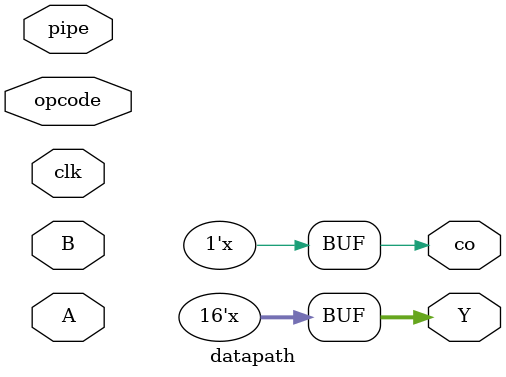
<source format=v>
module datapath #(parameter N=16) (A, B, opcode, Y, co, clk, pipe);
  input signed [N-1:0] A, B;
  input [2:0] opcode;
  output signed [N-1:0] Y;
  output co;
  input clk;
  input pipe;

  wire [N-1:0] output_mux1;
  wire [N-1:0] output_mux2;

  reg [N-1:0] output_mux1_reg;
  reg [N-1:0] output_mux2_reg;
  reg [N-1:0] Y_reg;  
  reg co_reg; 

  reg signed [N-1:0] reg_A, reg_B;
  reg [2:0] reg_opcode;

  assign output_muxA = (pipe) ? reg_A : A;
  assign output_muxB = (pipe) ? reg_B : B;  
  assign output_muxOpCode = (pipe) ? reg_opcode : opcode; 
  
  // MUX 1: Scelta tra 0 e B
  assign output_mux1 = (opcode[2]) ? {N{1'b0}} : output_muxB;  

  // MUX 2: Scelta tra l'uscita negata del MUX1 e l'uscita del MUX1
  assign output_mux2 = (opcode[1]) ? ~output_mux1 : output_mux1;

  // ADDER: Se generato il diciassettesimo bit va nella concatenazione in carry-out 
  assign {co, Y} = (output_muxA + output_mux2 + output_muxOpCode[0]);

  always @(posedge clk) 
    begin
      if (pipe == 1) 
        begin
          reg_A = A;
          reg_B = B;
          reg_opcode = opcode;
        end

    end

endmodule


</source>
